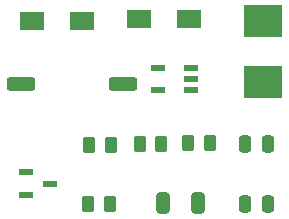
<source format=gtp>
%TF.GenerationSoftware,KiCad,Pcbnew,9.0.6*%
%TF.CreationDate,2025-12-11T09:20:51-05:00*%
%TF.ProjectId,Mini_Solar_Supply,4d696e69-5f53-46f6-9c61-725f53757070,rev?*%
%TF.SameCoordinates,Original*%
%TF.FileFunction,Paste,Top*%
%TF.FilePolarity,Positive*%
%FSLAX46Y46*%
G04 Gerber Fmt 4.6, Leading zero omitted, Abs format (unit mm)*
G04 Created by KiCad (PCBNEW 9.0.6) date 2025-12-11 09:20:51*
%MOMM*%
%LPD*%
G01*
G04 APERTURE LIST*
G04 Aperture macros list*
%AMRoundRect*
0 Rectangle with rounded corners*
0 $1 Rounding radius*
0 $2 $3 $4 $5 $6 $7 $8 $9 X,Y pos of 4 corners*
0 Add a 4 corners polygon primitive as box body*
4,1,4,$2,$3,$4,$5,$6,$7,$8,$9,$2,$3,0*
0 Add four circle primitives for the rounded corners*
1,1,$1+$1,$2,$3*
1,1,$1+$1,$4,$5*
1,1,$1+$1,$6,$7*
1,1,$1+$1,$8,$9*
0 Add four rect primitives between the rounded corners*
20,1,$1+$1,$2,$3,$4,$5,0*
20,1,$1+$1,$4,$5,$6,$7,0*
20,1,$1+$1,$6,$7,$8,$9,0*
20,1,$1+$1,$8,$9,$2,$3,0*%
G04 Aperture macros list end*
%ADD10R,2.120000X1.500000*%
%ADD11RoundRect,0.250000X-0.250000X-0.475000X0.250000X-0.475000X0.250000X0.475000X-0.250000X0.475000X0*%
%ADD12R,1.300000X0.600000*%
%ADD13RoundRect,0.250000X-0.262500X-0.450000X0.262500X-0.450000X0.262500X0.450000X-0.262500X0.450000X0*%
%ADD14RoundRect,0.250000X0.970000X0.310000X-0.970000X0.310000X-0.970000X-0.310000X0.970000X-0.310000X0*%
%ADD15R,3.302000X2.667000*%
%ADD16RoundRect,0.250000X0.262500X0.450000X-0.262500X0.450000X-0.262500X-0.450000X0.262500X-0.450000X0*%
%ADD17R,1.181100X0.558800*%
%ADD18RoundRect,0.250000X0.325000X0.650000X-0.325000X0.650000X-0.325000X-0.650000X0.325000X-0.650000X0*%
%ADD19RoundRect,0.250000X0.250000X0.475000X-0.250000X0.475000X-0.250000X-0.475000X0.250000X-0.475000X0*%
G04 APERTURE END LIST*
D10*
%TO.C,D2*%
X131940200Y-121005600D03*
X136170200Y-121005600D03*
%TD*%
D11*
%TO.C,C3*%
X149976800Y-136525000D03*
X151876800Y-136525000D03*
%TD*%
D12*
%TO.C,Q1*%
X131360200Y-133822400D03*
X131360200Y-135722400D03*
X133460200Y-134772400D03*
%TD*%
D13*
%TO.C,R2*%
X141022700Y-131419600D03*
X142847700Y-131419600D03*
%TD*%
D14*
%TO.C,J3*%
X139610800Y-126314200D03*
X131000800Y-126314200D03*
%TD*%
D15*
%TO.C,L1*%
X151460200Y-121005600D03*
X151460200Y-126136400D03*
%TD*%
D13*
%TO.C,R4*%
X136679300Y-136474200D03*
X138504300Y-136474200D03*
%TD*%
D16*
%TO.C,R3*%
X138580500Y-131495800D03*
X136755500Y-131495800D03*
%TD*%
D13*
%TO.C,R1*%
X145112100Y-131368800D03*
X146937100Y-131368800D03*
%TD*%
D17*
%TO.C,U1*%
X145332450Y-126857801D03*
X145332450Y-125907800D03*
X145332450Y-124957799D03*
X142601950Y-124957799D03*
X142601950Y-126857801D03*
%TD*%
D10*
%TO.C,D1*%
X140937800Y-120802400D03*
X145167800Y-120802400D03*
%TD*%
D18*
%TO.C,C2*%
X145975600Y-136423400D03*
X143025600Y-136423400D03*
%TD*%
D19*
%TO.C,C1*%
X151851400Y-131394200D03*
X149951400Y-131394200D03*
%TD*%
M02*

</source>
